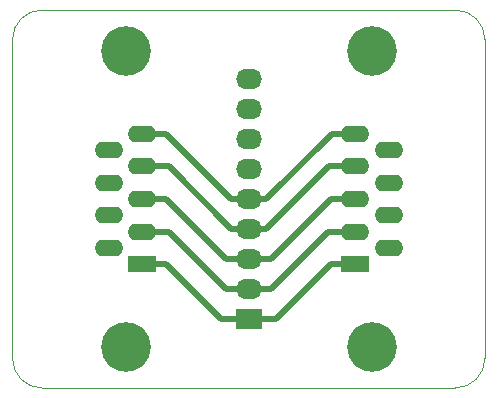
<source format=gbl>
G04 #@! TF.FileFunction,Copper,L2,Bot,Signal*
%FSLAX46Y46*%
G04 Gerber Fmt 4.6, Leading zero omitted, Abs format (unit mm)*
G04 Created by KiCad (PCBNEW 0.201503050816+5478~22~ubuntu14.10.1-product) date Friday 13 March 2015 12:23:03 AM IST*
%MOMM*%
G01*
G04 APERTURE LIST*
%ADD10C,0.100000*%
%ADD11R,2.200000X1.700000*%
%ADD12O,2.200000X1.700000*%
%ADD13C,4.200000*%
%ADD14R,2.400000X1.400000*%
%ADD15O,2.400000X1.400000*%
%ADD16C,0.500000*%
G04 APERTURE END LIST*
D10*
X60000000Y-22500000D02*
X60000000Y-49500000D01*
X22500000Y-20000000D02*
X57500000Y-20000000D01*
X20000000Y-49500000D02*
X20000000Y-22500000D01*
X57500000Y-52000000D02*
X22500000Y-52000000D01*
X60000000Y-22500000D02*
G75*
G03X57500000Y-20000000I-2500000J0D01*
G01*
X57500000Y-52000000D02*
G75*
G03X60000000Y-49500000I0J2500000D01*
G01*
X20000000Y-49500000D02*
G75*
G03X22500000Y-52000000I2500000J0D01*
G01*
X22500000Y-20000000D02*
G75*
G03X20000000Y-22500000I0J-2500000D01*
G01*
D11*
X40000000Y-46160000D03*
D12*
X40000000Y-43620000D03*
X40000000Y-41080000D03*
X40000000Y-38540000D03*
X40000000Y-36000000D03*
X40000000Y-33460000D03*
X40000000Y-30920000D03*
X40000000Y-28380000D03*
X40000000Y-25840000D03*
D13*
X29580000Y-48500000D03*
X29580000Y-23500000D03*
D14*
X31000000Y-41540000D03*
D15*
X31000000Y-38770000D03*
X31000000Y-36000000D03*
X31000000Y-33230000D03*
X31000000Y-30460000D03*
X28160000Y-31845000D03*
X28160000Y-34615000D03*
X28160000Y-37385000D03*
X28160000Y-40155000D03*
D13*
X50420000Y-23500000D03*
X50420000Y-48500000D03*
D15*
X49000000Y-30460000D03*
X49000000Y-33230000D03*
X49000000Y-36000000D03*
X49000000Y-38770000D03*
D14*
X49000000Y-41540000D03*
D15*
X51840000Y-40155000D03*
X51840000Y-37385000D03*
X51840000Y-34615000D03*
X51840000Y-31845000D03*
D16*
X49000000Y-41540000D02*
X46960000Y-41540000D01*
X42340000Y-46160000D02*
X40000000Y-46160000D01*
X46960000Y-41540000D02*
X42340000Y-46160000D01*
X31000000Y-41540000D02*
X33040000Y-41540000D01*
X37660000Y-46160000D02*
X40000000Y-46160000D01*
X33040000Y-41540000D02*
X37660000Y-46160000D01*
X49000000Y-38770000D02*
X46730000Y-38770000D01*
X41880000Y-43620000D02*
X40000000Y-43620000D01*
X46730000Y-38770000D02*
X41880000Y-43620000D01*
X31000000Y-38770000D02*
X33270000Y-38770000D01*
X38120000Y-43620000D02*
X40000000Y-43620000D01*
X33270000Y-38770000D02*
X38120000Y-43620000D01*
X49000000Y-36000000D02*
X47000000Y-36000000D01*
X41920000Y-41080000D02*
X40000000Y-41080000D01*
X47000000Y-36000000D02*
X41920000Y-41080000D01*
X31000000Y-36000000D02*
X33000000Y-36000000D01*
X38080000Y-41080000D02*
X40000000Y-41080000D01*
X33000000Y-36000000D02*
X38080000Y-41080000D01*
X49000000Y-33230000D02*
X46770000Y-33230000D01*
X41460000Y-38540000D02*
X40000000Y-38540000D01*
X46770000Y-33230000D02*
X41460000Y-38540000D01*
X31000000Y-33230000D02*
X33230000Y-33230000D01*
X38540000Y-38540000D02*
X40000000Y-38540000D01*
X33230000Y-33230000D02*
X38540000Y-38540000D01*
X49000000Y-30460000D02*
X47040000Y-30460000D01*
X41500000Y-36000000D02*
X40000000Y-36000000D01*
X47040000Y-30460000D02*
X41500000Y-36000000D01*
X31000000Y-30460000D02*
X32960000Y-30460000D01*
X32960000Y-30460000D02*
X38500000Y-36000000D01*
X38500000Y-36000000D02*
X40000000Y-36000000D01*
X49000000Y-30460000D02*
X48040000Y-30460000D01*
X31000000Y-30460000D02*
X31960000Y-30460000D01*
M02*

</source>
